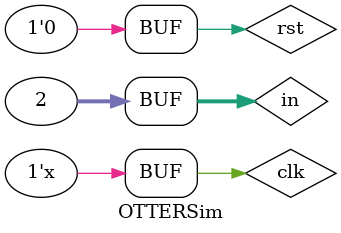
<source format=sv>
`timescale 1ns / 1ps

module OTTERSim();

    logic clk, rst, wr;
    logic [31:0] in, out, addr;
    
    OTTER_CPU UUT(
        .RST(rst), 
        .iobus_in(in), 
        .clk(clk), 
        .iobus_wr(wr), 
        .iobus_out(out), 
        .iobus_addr(addr));

    initial begin
    clk = 0; 
    rst = 1'b1;
    end
    
    always begin
    #10 clk = ~clk; end  

    always begin
    #60 rst = 1'b0;
    in = 32'h2; end
    
endmodule
</source>
